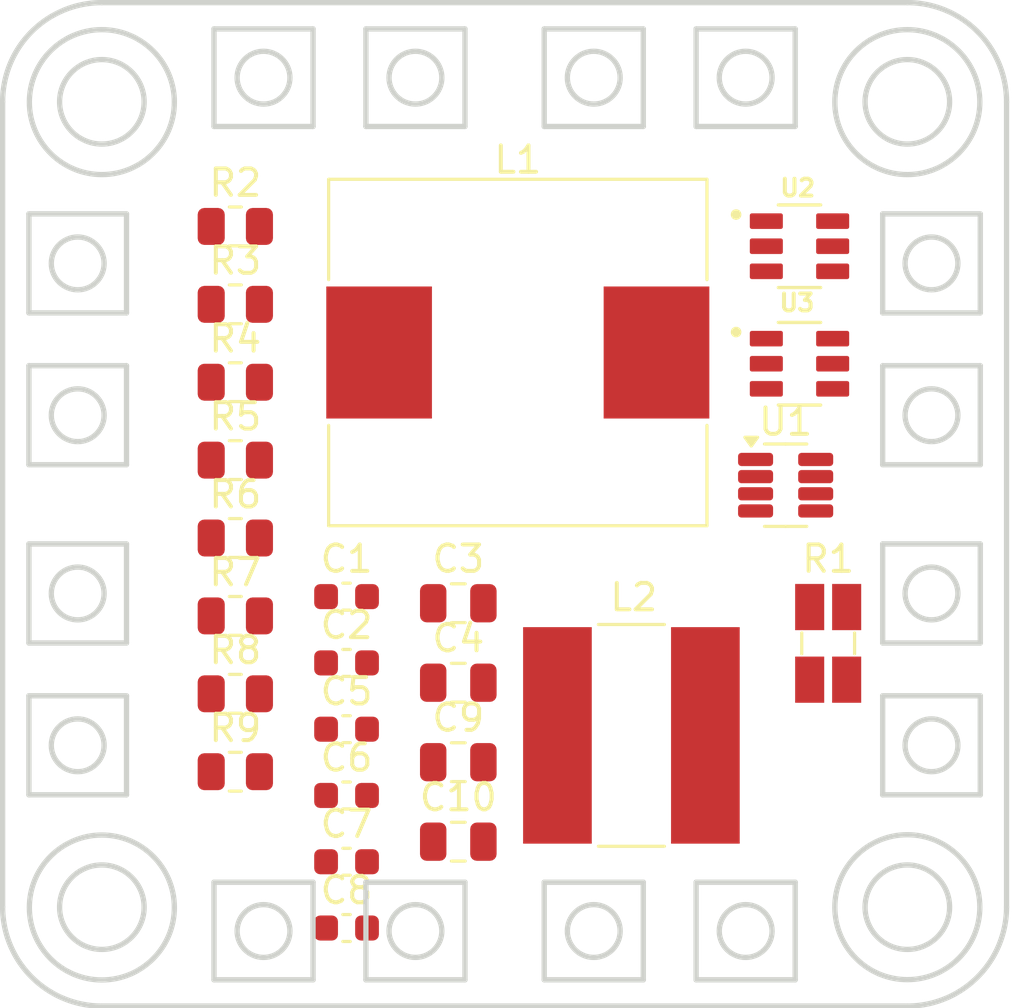
<source format=kicad_pcb>
(kicad_pcb (version 20240108) (generator "pcbnew") (generator_version "8.0")
  (layers (0 "F.Cu" signal) (31 "B.Cu" signal) (34 "B.Paste" user) (35 "F.Paste" user) (36 "B.SilkS" user "B.Silkscreen") (37 "F.SilkS" user "F.Silkscreen") (38 "B.Mask" user) (39 "F.Mask" user) (44 "Edge.Cuts" user))
  (net 0 "")
  (net 1 "Net-(U1-IN+)")
  (net 2 "GND")
  (net 3 "Net-(U1-VS)")
  (net 4 "3V3")
  (net 5 "7V")
  (net 6 "V_IN")
  (net 7 "Net-(U2-BOOT)")
  (net 8 "Net-(U2-SW)")
  (net 9 "Net-(U3-VBST)")
  (net 10 "Net-(U3-SW)")
  (net 11 "FB")
  (net 12 "+5V")
  (net 13 "Net-(R1-Pad1)")
  (net 14 "Net-(R1-Pad4)")
  (net 15 "Net-(U1-IN-)")
  (net 16 "I2C_SDA")
  (net 17 "I2C_SCL")
  (net 18 "Net-(U3-VFB)")
  (footprint "Capacitor_SMD:C_0805_2012Metric" (layer "F.Cu") (at 146.7475 112.505)
    (property "Reference" "C4" (at 0 -1.68 0) (layer "F.SilkS"))
    (property "Value" "22uF")
    (fp_line (start -0.261252 -0.735) (end 0.261252 -0.735) (stroke (width 0.12)) (layer "F.SilkS"))
    (fp_line (start -0.261252 0.735) (end 0.261252 0.735) (stroke (width 0.12)) (layer "F.SilkS"))
    (pad "1" smd roundrect (at -0.95 0) (size 1 1.45) (layers "F.Cu" "F.Paste" "F.Mask") (net 6 "V_IN"))
    (pad "2" smd roundrect (at 0.95 0) (size 1 1.45) (layers "F.Cu" "F.Paste" "F.Mask") (net 2 "GND"))
  )
  (footprint "Capacitor_SMD:C_0805_2012Metric" (layer "F.Cu") (at 146.7475 118.525)
    (property "Reference" "C10" (at 0 -1.68 0) (layer "F.SilkS"))
    (property "Value" "47uF")
    (fp_line (start -0.261252 -0.735) (end 0.261252 -0.735) (stroke (width 0.12)) (layer "F.SilkS"))
    (fp_line (start -0.261252 0.735) (end 0.261252 0.735) (stroke (width 0.12)) (layer "F.SilkS"))
    (pad "1" smd roundrect (at -0.95 0) (size 1 1.45) (layers "F.Cu" "F.Paste" "F.Mask") (net 2 "GND"))
    (pad "2" smd roundrect (at 0.95 0) (size 1 1.45) (layers "F.Cu" "F.Paste" "F.Mask") (net 5 "7V"))
  )
  (footprint "Resistor_SMD:R_0805_2012Metric" (layer "F.Cu") (at 138.3075 109.975)
    (property "Reference" "R7" (at 0 -1.65 0) (layer "F.SilkS"))
    (property "Value" "10k")
    (fp_line (start -0.227064 -0.735) (end 0.227064 -0.735) (stroke (width 0.12)) (layer "F.SilkS"))
    (fp_line (start -0.227064 0.735) (end 0.227064 0.735) (stroke (width 0.12)) (layer "F.SilkS"))
    (pad "1" smd roundrect (at -0.9125 0) (size 1.025 1.4) (layers "F.Cu" "F.Paste" "F.Mask") (roundrect_rratio 0.243902) (net 18 "Net-(U3-VFB)"))
    (pad "2" smd roundrect (at 0.9125 0) (size 1.025 1.4) (layers "F.Cu" "F.Paste" "F.Mask") (roundrect_rratio 0.243902) (net 2 "GND"))
  )
  (footprint "Capacitor_SMD:C_0603_1608Metric" (layer "F.Cu") (at 142.5175 109.245)
    (property "Reference" "C1" (at 0 -1.43 0) (layer "F.SilkS"))
    (property "Value" "0.1uF")
    (fp_line (start -0.14058 -0.51) (end 0.14058 -0.51) (stroke (width 0.12)) (layer "F.SilkS"))
    (fp_line (start -0.14058 0.51) (end 0.14058 0.51) (stroke (width 0.12)) (layer "F.SilkS"))
    (pad "1" smd roundrect (at -0.775 0) (size 0.9 0.95) (layers "F.Cu" "F.Paste" "F.Mask") (net 1 "Net-(U1-IN+)"))
    (pad "2" smd roundrect (at 0.775 0) (size 0.9 0.95) (layers "F.Cu" "F.Paste" "F.Mask") (net 2 "GND"))
  )
  (footprint "Resistor_SMD:R_0805_2012Metric" (layer "F.Cu") (at 138.3075 112.925)
    (property "Reference" "R8" (at 0 -1.65 0) (layer "F.SilkS"))
    (property "Value" "100k")
    (fp_line (start -0.227064 -0.735) (end 0.227064 -0.735) (stroke (width 0.12)) (layer "F.SilkS"))
    (fp_line (start -0.227064 0.735) (end 0.227064 0.735) (stroke (width 0.12)) (layer "F.SilkS"))
    (pad "1" smd roundrect (at -0.9125 0) (size 1.025 1.4) (layers "F.Cu" "F.Paste" "F.Mask") (roundrect_rratio 0.243902) (net 5 "7V"))
    (pad "2" smd roundrect (at 0.9125 0) (size 1.025 1.4) (layers "F.Cu" "F.Paste" "F.Mask") (roundrect_rratio 0.243902) (net 11 "FB"))
  )
  (footprint "Inductor_SMD:L_Bourns-SRN8040_8x8.15mm" (layer "F.Cu") (at 153.3 114.5)
    (property "Reference" "L2" (at 0.09 -5.23 0) (layer "F.SilkS"))
    (property "Value" "1.5uH")
    (fp_line (start -1.25 4.2) (end 1.25 4.2) (stroke (width 0.12)) (layer "F.SilkS"))
    (fp_line (start 1.25 -4.2) (end -1.25 -4.2) (stroke (width 0.12)) (layer "F.SilkS"))
    (pad "1" smd rect (at -2.8 0) (size 2.6 8.2) (layers "F.Cu" "F.Paste" "F.Mask") (net 10 "Net-(U3-SW)"))
    (pad "2" smd rect (at 2.8 0) (size 2.6 8.2) (layers "F.Cu" "F.Paste" "F.Mask") (net 12 "+5V"))
  )
  (footprint "Capacitor_SMD:C_0805_2012Metric" (layer "F.Cu") (at 146.7475 115.515)
    (property "Reference" "C9" (at 0 -1.68 0) (layer "F.SilkS"))
    (property "Value" "22uF")
    (fp_line (start -0.261252 -0.735) (end 0.261252 -0.735) (stroke (width 0.12)) (layer "F.SilkS"))
    (fp_line (start -0.261252 0.735) (end 0.261252 0.735) (stroke (width 0.12)) (layer "F.SilkS"))
    (pad "1" smd roundrect (at -0.95 0) (size 1 1.45) (layers "F.Cu" "F.Paste" "F.Mask") (net 2 "GND"))
    (pad "2" smd roundrect (at 0.95 0) (size 1 1.45) (layers "F.Cu" "F.Paste" "F.Mask") (net 12 "+5V"))
  )
  (footprint "Capacitor_SMD:C_0603_1608Metric" (layer "F.Cu") (at 142.5175 111.755)
    (property "Reference" "C2" (at 0 -1.43 0) (layer "F.SilkS"))
    (property "Value" "0.1 uF")
    (fp_line (start -0.14058 -0.51) (end 0.14058 -0.51) (stroke (width 0.12)) (layer "F.SilkS"))
    (fp_line (start -0.14058 0.51) (end 0.14058 0.51) (stroke (width 0.12)) (layer "F.SilkS"))
    (pad "1" smd roundrect (at -0.775 0) (size 0.9 0.95) (layers "F.Cu" "F.Paste" "F.Mask") (net 4 "3V3"))
    (pad "2" smd roundrect (at 0.775 0) (size 0.9 0.95) (layers "F.Cu" "F.Paste" "F.Mask") (net 3 "Net-(U1-VS)"))
  )
  (footprint "TPS563240DDCR:SOT95P280X110-6N" (layer "F.Cu") (at 159.6625 100.425)
    (property "Reference" "U3" (at -0.098 -2.3064 0) (layer "F.SilkS") (effects (font (size 0.64 0.64))))
    (property "Value" "TPS563240DDCR")
    (fp_line (start -0.8 -1.565) (end 0.8 -1.565) (stroke (width 0.127)) (layer "F.SilkS"))
    (fp_line (start -0.8 1.565) (end 0.8 1.565) (stroke (width 0.127)) (layer "F.SilkS"))
    (fp_circle (center -2.4 -1.2) (end -2.3 -1.2) (stroke (width 0.2)) (fill none) (layer "F.SilkS"))
    (pad "1" smd roundrect (at -1.255 -0.95) (size 1.25 0.59) (layers "F.Cu" "F.Paste" "F.Mask") (roundrect_rratio 0.125) (net 2 "GND"))
    (pad "2" smd roundrect (at -1.255 0) (size 1.25 0.59) (layers "F.Cu" "F.Paste" "F.Mask") (roundrect_rratio 0.125) (net 10 "Net-(U3-SW)"))
    (pad "3" smd roundrect (at -1.255 0.95) (size 1.25 0.59) (layers "F.Cu" "F.Paste" "F.Mask") (roundrect_rratio 0.125) (net 5 "7V"))
    (pad "4" smd roundrect (at 1.255 0.95) (size 1.25 0.59) (layers "F.Cu" "F.Paste" "F.Mask") (roundrect_rratio 0.125) (net 18 "Net-(U3-VFB)"))
    (pad "5" smd roundrect (at 1.255 0) (size 1.25 0.59) (layers "F.Cu" "F.Paste" "F.Mask") (roundrect_rratio 0.125) (net 5 "7V"))
    (pad "6" smd roundrect (at 1.255 -0.95) (size 1.25 0.59) (layers "F.Cu" "F.Paste" "F.Mask") (roundrect_rratio 0.125) (net 9 "Net-(U3-VBST)"))
  )
  (footprint "Resistor_SMD:R_0805_2012Metric" (layer "F.Cu") (at 138.3075 104.075)
    (property "Reference" "R5" (at 0 -1.65 0) (layer "F.SilkS"))
    (property "Value" "3.3K")
    (fp_line (start -0.227064 -0.735) (end 0.227064 -0.735) (stroke (width 0.12)) (layer "F.SilkS"))
    (fp_line (start -0.227064 0.735) (end 0.227064 0.735) (stroke (width 0.12)) (layer "F.SilkS"))
    (pad "1" smd roundrect (at -0.9125 0) (size 1.025 1.4) (layers "F.Cu" "F.Paste" "F.Mask") (roundrect_rratio 0.243902) (net 4 "3V3"))
    (pad "2" smd roundrect (at 0.9125 0) (size 1.025 1.4) (layers "F.Cu" "F.Paste" "F.Mask") (roundrect_rratio 0.243902) (net 17 "I2C_SCL"))
  )
  (footprint "Resistor_SMD:R_Shunt_Ohmite_LVK12" (layer "F.Cu") (at 160.7475 111.015)
    (property "Reference" "R1" (at 0 -3.2 180) (layer "F.SilkS"))
    (property "Value" "1M")
    (fp_line (start -1 0.4) (end -1 -0.4) (stroke (width 0.12)) (layer "F.SilkS"))
    (fp_line (start 1 -0.4) (end 1 0.4) (stroke (width 0.12)) (layer "F.SilkS"))
    (pad "1" smd rect (at -0.7 -1.375) (size 1.1 1.75) (layers "F.Cu" "F.Paste" "F.Mask") (net 13 "Net-(R1-Pad1)"))
    (pad "2" smd rect (at 0.7 -1.375) (size 1.1 1.75) (layers "F.Cu" "F.Paste" "F.Mask") (net 6 "V_IN"))
    (pad "3" smd rect (at 0.7 1.375) (size 1.1 1.75) (layers "F.Cu" "F.Paste" "F.Mask") (net 2 "GND"))
    (pad "4" smd rect (at -0.7 1.375) (size 1.1 1.75) (layers "F.Cu" "F.Paste" "F.Mask") (net 14 "Net-(R1-Pad4)"))
  )
  (footprint "Inductor_SMD:L_Chilisin_BMRF00131350" (layer "F.Cu") (at 149 100)
    (property "Reference" "L1" (at 0 -7.3 0) (layer "F.SilkS"))
    (property "Value" "12uH")
    (fp_line (start -7.16 -6.56) (end -7.16 -2.76) (stroke (width 0.12)) (layer "F.SilkS"))
    (fp_line (start -7.16 -6.56) (end 7.16 -6.56) (stroke (width 0.12)) (layer "F.SilkS"))
    (fp_line (start -7.16 6.56) (end -7.16 2.76) (stroke (width 0.12)) (layer "F.SilkS"))
    (fp_line (start -7.16 6.56) (end 7.16 6.56) (stroke (width 0.12)) (layer "F.SilkS"))
    (fp_line (start 7.16 -6.56) (end 7.16 -2.76) (stroke (width 0.12)) (layer "F.SilkS"))
    (fp_line (start 7.16 6.56) (end 7.16 2.76) (stroke (width 0.12)) (layer "F.SilkS"))
    (pad "1" smd rect (at -5.25 0) (size 4 5) (layers "F.Cu" "F.Paste" "F.Mask") (net 8 "Net-(U2-SW)"))
    (pad "2" smd rect (at 5.25 0) (size 4 5) (layers "F.Cu" "F.Paste" "F.Mask") (net 5 "7V"))
  )
  (footprint "Resistor_SMD:R_0805_2012Metric" (layer "F.Cu") (at 138.3075 101.125)
    (property "Reference" "R4" (at 0 -1.65 0) (layer "F.SilkS"))
    (property "Value" "3.3K")
    (fp_line (start -0.227064 -0.735) (end 0.227064 -0.735) (stroke (width 0.12)) (layer "F.SilkS"))
    (fp_line (start -0.227064 0.735) (end 0.227064 0.735) (stroke (width 0.12)) (layer "F.SilkS"))
    (pad "1" smd roundrect (at -0.9125 0) (size 1.025 1.4) (layers "F.Cu" "F.Paste" "F.Mask") (roundrect_rratio 0.243902) (net 4 "3V3"))
    (pad "2" smd roundrect (at 0.9125 0) (size 1.025 1.4) (layers "F.Cu" "F.Paste" "F.Mask") (roundrect_rratio 0.243902) (net 16 "I2C_SDA"))
  )
  (footprint "Capacitor_SMD:C_0603_1608Metric" (layer "F.Cu") (at 142.5175 119.285)
    (property "Reference" "C7" (at 0 -1.43 0) (layer "F.SilkS"))
    (property "Value" "100nF")
    (fp_line (start -0.14058 -0.51) (end 0.14058 -0.51) (stroke (width 0.12)) (layer "F.SilkS"))
    (fp_line (start -0.14058 0.51) (end 0.14058 0.51) (stroke (width 0.12)) (layer "F.SilkS"))
    (pad "1" smd roundrect (at -0.775 0) (size 0.9 0.95) (layers "F.Cu" "F.Paste" "F.Mask") (net 9 "Net-(U3-VBST)"))
    (pad "2" smd roundrect (at 0.775 0) (size 0.9 0.95) (layers "F.Cu" "F.Paste" "F.Mask") (net 10 "Net-(U3-SW)"))
  )
  (footprint "Package_TO_SOT_SMD:SOT-23-8" (layer "F.Cu") (at 159.1375 105.025)
    (property "Reference" "U1" (at 0 -2.4 0) (layer "F.SilkS"))
    (property "Value" "INA219BxDCN")
    (fp_line (start 0 -1.56) (end -0.8 -1.56) (stroke (width 0.12)) (layer "F.SilkS"))
    (fp_line (start 0 -1.56) (end 0.8 -1.56) (stroke (width 0.12)) (layer "F.SilkS"))
    (fp_line (start 0 1.56) (end -0.8 1.56) (stroke (width 0.12)) (layer "F.SilkS"))
    (fp_line (start 0 1.56) (end 0.8 1.56) (stroke (width 0.12)) (layer "F.SilkS"))
    (fp_poly (pts (xy -1.3 -1.485) (xy -1.54 -1.815) (xy -1.06 -1.815) (xy -1.3 -1.485)) (stroke (width 0.12)) (fill solid) (layer "F.SilkS"))
    (pad "1" smd roundrect (at -1.1375 -0.975) (size 1.325 0.5) (layers "F.Cu" "F.Paste" "F.Mask") (net 1 "Net-(U1-IN+)"))
    (pad "2" smd roundrect (at -1.1375 -0.325) (size 1.325 0.5) (layers "F.Cu" "F.Paste" "F.Mask") (net 15 "Net-(U1-IN-)"))
    (pad "3" smd roundrect (at -1.1375 0.325) (size 1.325 0.5) (layers "F.Cu" "F.Paste" "F.Mask") (net 2 "GND"))
    (pad "4" smd roundrect (at -1.1375 0.975) (size 1.325 0.5) (layers "F.Cu" "F.Paste" "F.Mask") (net 3 "Net-(U1-VS)"))
    (pad "5" smd roundrect (at 1.1375 0.975) (size 1.325 0.5) (layers "F.Cu" "F.Paste" "F.Mask") (net 17 "I2C_SCL"))
    (pad "6" smd roundrect (at 1.1375 0.325) (size 1.325 0.5) (layers "F.Cu" "F.Paste" "F.Mask") (net 16 "I2C_SDA"))
    (pad "7" smd roundrect (at 1.1375 -0.325) (size 1.325 0.5) (layers "F.Cu" "F.Paste" "F.Mask") (net 2 "GND"))
    (pad "8" smd roundrect (at 1.1375 -0.975) (size 1.325 0.5) (layers "F.Cu" "F.Paste" "F.Mask") (net 2 "GND"))
  )
  (footprint "Capacitor_SMD:C_0603_1608Metric" (layer "F.Cu") (at 142.5175 114.265)
    (property "Reference" "C5" (at 0 -1.43 0) (layer "F.SilkS"))
    (property "Value" "100nF")
    (fp_line (start -0.14058 -0.51) (end 0.14058 -0.51) (stroke (width 0.12)) (layer "F.SilkS"))
    (fp_line (start -0.14058 0.51) (end 0.14058 0.51) (stroke (width 0.12)) (layer "F.SilkS"))
    (pad "1" smd roundrect (at -0.775 0) (size 0.9 0.95) (layers "F.Cu" "F.Paste" "F.Mask") (net 5 "7V"))
    (pad "2" smd roundrect (at 0.775 0) (size 0.9 0.95) (layers "F.Cu" "F.Paste" "F.Mask") (net 2 "GND"))
  )
  (footprint "Resistor_SMD:R_0805_2012Metric" (layer "F.Cu") (at 138.3075 98.175)
    (property "Reference" "R3" (at 0 -1.65 0) (layer "F.SilkS"))
    (property "Value" "3.3K")
    (fp_line (start -0.227064 -0.735) (end 0.227064 -0.735) (stroke (width 0.12)) (layer "F.SilkS"))
    (fp_line (start -0.227064 0.735) (end 0.227064 0.735) (stroke (width 0.12)) (layer "F.SilkS"))
    (pad "1" smd roundrect (at -0.9125 0) (size 1.025 1.4) (layers "F.Cu" "F.Paste" "F.Mask") (roundrect_rratio 0.243902) (net 13 "Net-(R1-Pad1)"))
    (pad "2" smd roundrect (at 0.9125 0) (size 1.025 1.4) (layers "F.Cu" "F.Paste" "F.Mask") (roundrect_rratio 0.243902) (net 15 "Net-(U1-IN-)"))
  )
  (footprint "Resistor_SMD:R_0805_2012Metric" (layer "F.Cu") (at 138.3075 115.875)
    (property "Reference" "R9" (at 0 -1.65 0) (layer "F.SilkS"))
    (property "Value" "9.31k")
    (fp_line (start -0.227064 -0.735) (end 0.227064 -0.735) (stroke (width 0.12)) (layer "F.SilkS"))
    (fp_line (start -0.227064 0.735) (end 0.227064 0.735) (stroke (width 0.12)) (layer "F.SilkS"))
    (pad "1" smd roundrect (at -0.9125 0) (size 1.025 1.4) (layers "F.Cu" "F.Paste" "F.Mask") (roundrect_rratio 0.243902) (net 11 "FB"))
    (pad "2" smd roundrect (at 0.9125 0) (size 1.025 1.4) (layers "F.Cu" "F.Paste" "F.Mask") (roundrect_rratio 0.243902) (net 2 "GND"))
  )
  (footprint "Capacitor_SMD:C_0805_2012Metric" (layer "F.Cu") (at 146.7475 109.495)
    (property "Reference" "C3" (at 0 -1.68 0) (layer "F.SilkS"))
    (property "Value" "10uF")
    (fp_line (start -0.261252 -0.735) (end 0.261252 -0.735) (stroke (width 0.12)) (layer "F.SilkS"))
    (fp_line (start -0.261252 0.735) (end 0.261252 0.735) (stroke (width 0.12)) (layer "F.SilkS"))
    (pad "1" smd roundrect (at -0.95 0) (size 1 1.45) (layers "F.Cu" "F.Paste" "F.Mask") (net 5 "7V"))
    (pad "2" smd roundrect (at 0.95 0) (size 1 1.45) (layers "F.Cu" "F.Paste" "F.Mask") (net 2 "GND"))
  )
  (footprint "Capacitor_SMD:C_0603_1608Metric" (layer "F.Cu") (at 142.5175 121.795)
    (property "Reference" "C8" (at 0 -1.43 0) (layer "F.SilkS"))
    (property "Value" "47pF")
    (fp_line (start -0.14058 -0.51) (end 0.14058 -0.51) (stroke (width 0.12)) (layer "F.SilkS"))
    (fp_line (start -0.14058 0.51) (end 0.14058 0.51) (stroke (width 0.12)) (layer "F.SilkS"))
    (pad "1" smd roundrect (at -0.775 0) (size 0.9 0.95) (layers "F.Cu" "F.Paste" "F.Mask") (net 11 "FB"))
    (pad "2" smd roundrect (at 0.775 0) (size 0.9 0.95) (layers "F.Cu" "F.Paste" "F.Mask") (net 5 "7V"))
  )
  (footprint "Resistor_SMD:R_0805_2012Metric" (layer "F.Cu") (at 138.3075 107.025)
    (property "Reference" "R6" (at 0 -1.65 0) (layer "F.SilkS"))
    (property "Value" "73.2k")
    (fp_line (start -0.227064 -0.735) (end 0.227064 -0.735) (stroke (width 0.12)) (layer "F.SilkS"))
    (fp_line (start -0.227064 0.735) (end 0.227064 0.735) (stroke (width 0.12)) (layer "F.SilkS"))
    (pad "1" smd roundrect (at -0.9125 0) (size 1.025 1.4) (layers "F.Cu" "F.Paste" "F.Mask") (roundrect_rratio 0.243902) (net 12 "+5V"))
    (pad "2" smd roundrect (at 0.9125 0) (size 1.025 1.4) (layers "F.Cu" "F.Paste" "F.Mask") (roundrect_rratio 0.243902) (net 18 "Net-(U3-VFB)"))
  )
  (footprint "TPS54302DDCR:SOT95P280X110-6N" (layer "F.Cu") (at 159.6625 95.975)
    (property "Reference" "U2" (at -0.068 -2.2064 0) (layer "F.SilkS") (effects (font (size 0.64 0.64))))
    (property "Value" "TPS54302DDCR")
    (fp_line (start -0.8 -1.565) (end 0.8 -1.565) (stroke (width 0.127)) (layer "F.SilkS"))
    (fp_line (start -0.8 1.565) (end 0.8 1.565) (stroke (width 0.127)) (layer "F.SilkS"))
    (fp_circle (center -2.4 -1.2) (end -2.3 -1.2) (stroke (width 0.2)) (fill none) (layer "F.SilkS"))
    (pad "1" smd roundrect (at -1.255 -0.95) (size 1.25 0.59) (layers "F.Cu" "F.Paste" "F.Mask") (roundrect_rratio 0.125) (net 2 "GND"))
    (pad "2" smd roundrect (at -1.255 0) (size 1.25 0.59) (layers "F.Cu" "F.Paste" "F.Mask") (roundrect_rratio 0.125) (net 8 "Net-(U2-SW)"))
    (pad "3" smd roundrect (at -1.255 0.95) (size 1.25 0.59) (layers "F.Cu" "F.Paste" "F.Mask") (roundrect_rratio 0.125) (net 6 "V_IN"))
    (pad "4" smd roundrect (at 1.255 0.95) (size 1.25 0.59) (layers "F.Cu" "F.Paste" "F.Mask") (roundrect_rratio 0.125) (net 11 "FB"))
    (pad "5" smd roundrect (at 1.255 0) (size 1.25 0.59) (layers "F.Cu" "F.Paste" "F.Mask") (roundrect_rratio 0.125))
    (pad "6" smd roundrect (at 1.255 -0.95) (size 1.25 0.59) (layers "F.Cu" "F.Paste" "F.Mask") (roundrect_rratio 0.125) (net 7 "Net-(U2-BOOT)"))
  )
  (footprint "Resistor_SMD:R_0805_2012Metric" (layer "F.Cu") (at 138.3075 95.225)
    (property "Reference" "R2" (at 0 -1.65 0) (layer "F.SilkS"))
    (property "Value" "3.3K")
    (fp_line (start -0.227064 -0.735) (end 0.227064 -0.735) (stroke (width 0.12)) (layer "F.SilkS"))
    (fp_line (start -0.227064 0.735) (end 0.227064 0.735) (stroke (width 0.12)) (layer "F.SilkS"))
    (pad "1" smd roundrect (at -0.9125 0) (size 1.025 1.4) (layers "F.Cu" "F.Paste" "F.Mask") (roundrect_rratio 0.243902) (net 14 "Net-(R1-Pad4)"))
    (pad "2" smd roundrect (at 0.9125 0) (size 1.025 1.4) (layers "F.Cu" "F.Paste" "F.Mask") (roundrect_rratio 0.243902) (net 1 "Net-(U1-IN+)"))
  )
  (footprint "Capacitor_SMD:C_0603_1608Metric" (layer "F.Cu") (at 142.5175 116.775)
    (property "Reference" "C6" (at 0 -1.43 0) (layer "F.SilkS"))
    (property "Value" "100nF")
    (fp_line (start -0.14058 -0.51) (end 0.14058 -0.51) (stroke (width 0.12)) (layer "F.SilkS"))
    (fp_line (start -0.14058 0.51) (end 0.14058 0.51) (stroke (width 0.12)) (layer "F.SilkS"))
    (pad "1" smd roundrect (at -0.775 0) (size 0.9 0.95) (layers "F.Cu" "F.Paste" "F.Mask") (net 7 "Net-(U2-BOOT)"))
    (pad "2" smd roundrect (at 0.775 0) (size 0.9 0.95) (layers "F.Cu" "F.Paste" "F.Mask") (net 8 "Net-(U2-SW)"))
  )
  (gr_line (start 143.25 91.438749) (end 143.25 87.744302) (stroke (width 0.2)) (layer "Edge.Cuts"))
  (gr_line (start 137.5 87.744302) (end 141.25 87.744302) (stroke (width 0.2)) (layer "Edge.Cuts"))
  (gr_circle (center 157.625 121.908471) (end 158.625 121.908471) (stroke (width 0.2)) (fill none) (layer "Edge.Cuts"))
  (gr_line (start 143.25 120.061247) (end 143.25 123.755694) (stroke (width 0.2)) (layer "Edge.Cuts"))
  (gr_line (start 153.75 87.744302) (end 150 87.744302) (stroke (width 0.2)) (layer "Edge.Cuts"))
  (gr_line (start 134.18875 116.749998) (end 130.494303 116.749998) (stroke (width 0.2)) (layer "Edge.Cuts"))
  (gr_line (start 162.811249 110.999998) (end 166.505696 110.999998) (stroke (width 0.2)) (layer "Edge.Cuts"))
  (gr_circle (center 132.341527 114.874998) (end 133.341527 114.874998) (stroke (width 0.2)) (fill none) (layer "Edge.Cuts"))
  (gr_line (start 147 120.061247) (end 143.25 120.061247) (stroke (width 0.2)) (layer "Edge.Cuts"))
  (gr_line (start 159.5 120.061247) (end 159.5 123.755694) (stroke (width 0.2)) (layer "Edge.Cuts"))
  (gr_line (start 166.505696 112.999998) (end 162.811249 112.999998) (stroke (width 0.2)) (layer "Edge.Cuts"))
  (gr_circle (center 132.341527 109.124998) (end 133.341527 109.124998) (stroke (width 0.2)) (fill none) (layer "Edge.Cuts"))
  (gr_line (start 166.505696 94.749998) (end 166.505696 98.499998) (stroke (width 0.2)) (layer "Edge.Cuts"))
  (gr_line (start 130.494303 116.749998) (end 130.494303 112.999998) (stroke (width 0.2)) (layer "Edge.Cuts"))
  (gr_line (start 162.811249 107.249998) (end 162.811249 110.999998) (stroke (width 0.2)) (layer "Edge.Cuts"))
  (gr_line (start 147 123.755694) (end 147 120.061247) (stroke (width 0.2)) (layer "Edge.Cuts"))
  (gr_line (start 141.25 87.744302) (end 141.25 91.438749) (stroke (width 0.2)) (layer "Edge.Cuts"))
  (gr_line (start 150 123.755694) (end 150 120.061247) (stroke (width 0.2)) (layer "Edge.Cuts"))
  (gr_line (start 153.75 91.438749) (end 153.75 87.744302) (stroke (width 0.2)) (layer "Edge.Cuts"))
  (gr_line (start 130.494303 98.499998) (end 134.18875 98.499998) (stroke (width 0.2)) (layer "Edge.Cuts"))
  (gr_line (start 137.5 91.438749) (end 137.5 87.744302) (stroke (width 0.2)) (layer "Edge.Cuts"))
  (gr_circle (center 139.375 89.591526) (end 140.375 89.591526) (stroke (width 0.2)) (fill none) (layer "Edge.Cuts"))
  (gr_line (start 129.5 121) (end 129.5 90.5) (stroke (width 0.2)) (layer "Edge.Cuts"))
  (gr_line (start 134.18875 107.249998) (end 134.18875 110.999998) (stroke (width 0.2)) (layer "Edge.Cuts"))
  (gr_circle (center 139.375 121.908471) (end 140.375 121.908471) (stroke (width 0.2)) (fill none) (layer "Edge.Cuts"))
  (gr_circle (center 133.255696 90.505694) (end 134.855696 90.505694) (stroke (width 0.2)) (fill none) (layer "Edge.Cuts"))
  (gr_line (start 163.75 124.749998) (end 133.249995 124.749998) (stroke (width 0.2)) (layer "Edge.Cuts"))
  (gr_line (start 134.18875 104.249998) (end 134.18875 100.499998) (stroke (width 0.2)) (layer "Edge.Cuts"))
  (gr_line (start 155.75 87.744302) (end 155.75 91.438749) (stroke (width 0.2)) (layer "Edge.Cuts"))
  (gr_line (start 137.5 120.061247) (end 137.5 123.755694) (stroke (width 0.2)) (layer "Edge.Cuts"))
  (gr_line (start 162.811249 100.499998) (end 166.505696 100.499998) (stroke (width 0.2)) (layer "Edge.Cuts"))
  (gr_circle (center 145.125 121.908471) (end 146.125 121.908471) (stroke (width 0.2)) (fill none) (layer "Edge.Cuts"))
  (gr_line (start 130.494303 112.999998) (end 134.18875 112.999998) (stroke (width 0.2)) (layer "Edge.Cuts"))
  (gr_line (start 166.505696 116.749998) (end 166.505696 112.999998) (stroke (width 0.2)) (layer "Edge.Cuts"))
  (gr_line (start 155.75 120.061247) (end 159.5 120.061247) (stroke (width 0.2)) (layer "Edge.Cuts"))
  (gr_line (start 150 87.744302) (end 150 91.438749) (stroke (width 0.2)) (layer "Edge.Cuts"))
  (gr_circle (center 132.341527 96.624998) (end 133.341527 96.624998) (stroke (width 0.2)) (fill none) (layer "Edge.Cuts"))
  (gr_line (start 162.811249 98.499998) (end 162.811249 94.749998) (stroke (width 0.2)) (layer "Edge.Cuts"))
  (gr_line (start 167.5 90.510244) (end 167.5 120.999998) (stroke (width 0.2)) (layer "Edge.Cuts"))
  (gr_line (start 166.505696 107.249998) (end 162.811249 107.249998) (stroke (width 0.2)) (layer "Edge.Cuts"))
  (gr_arc (start 133.249995 124.749998) (mid 130.598348 123.651648) (end 129.5 121) (stroke (width 0.2)) (layer "Edge.Cuts"))
  (gr_line (start 134.18875 112.999998) (end 134.18875 116.749998) (stroke (width 0.2)) (layer "Edge.Cuts"))
  (gr_line (start 153.75 120.061247) (end 153.75 123.755694) (stroke (width 0.2)) (layer "Edge.Cuts"))
  (gr_line (start 153.75 123.755694) (end 150 123.755694) (stroke (width 0.2)) (layer "Edge.Cuts"))
  (gr_line (start 141.25 123.755694) (end 141.25 120.061247) (stroke (width 0.2)) (layer "Edge.Cuts"))
  (gr_line (start 130.494303 100.499998) (end 130.494303 104.249998) (stroke (width 0.2)) (layer "Edge.Cuts"))
  (gr_line (start 130.494303 107.249998) (end 134.18875 107.249998) (stroke (width 0.2)) (layer "Edge.Cuts"))
  (gr_line (start 133.250002 86.749998) (end 163.750015 86.749998) (stroke (width 0.2)) (layer "Edge.Cuts"))
  (gr_line (start 137.5 123.755694) (end 141.25 123.755694) (stroke (width 0.2)) (layer "Edge.Cuts"))
  (gr_arc (start 163.750015 86.749998) (mid 166.405285 87.851973) (end 167.5 90.510244) (stroke (width 0.2)) (layer "Edge.Cuts"))
  (gr_line (start 143.25 123.755694) (end 147 123.755694) (stroke (width 0.2)) (layer "Edge.Cuts"))
  (gr_line (start 166.505696 100.499998) (end 166.505696 104.249998) (stroke (width 0.2)) (layer "Edge.Cuts"))
  (gr_circle (center 133.255696 121.005694) (end 134.855696 121.005694) (stroke (width 0.2)) (fill none) (layer "Edge.Cuts"))
  (gr_circle (center 164.658472 96.624998) (end 165.658472 96.624998) (stroke (width 0.2)) (fill none) (layer "Edge.Cuts"))
  (gr_line (start 155.75 123.755694) (end 155.75 120.061247) (stroke (width 0.2)) (layer "Edge.Cuts"))
  (gr_arc (start 129.5 90.5) (mid 130.59835 87.848348) (end 133.250002 86.749998) (stroke (width 0.2)) (layer "Edge.Cuts"))
  (gr_circle (center 163.744303 121.005694) (end 165.344303 121.005694) (stroke (width 0.2)) (fill none) (layer "Edge.Cuts"))
  (gr_line (start 166.505696 110.999998) (end 166.505696 107.249998) (stroke (width 0.2)) (layer "Edge.Cuts"))
  (gr_line (start 134.18875 98.499998) (end 134.18875 94.749998) (stroke (width 0.2)) (layer "Edge.Cuts"))
  (gr_circle (center 163.744303 90.505694) (end 165.344303 90.505694) (stroke (width 0.2)) (fill none) (layer "Edge.Cuts"))
  (gr_circle (center 132.341527 102.374998) (end 133.341527 102.374998) (stroke (width 0.2)) (fill none) (layer "Edge.Cuts"))
  (gr_line (start 134.18875 110.999998) (end 130.494303 110.999998) (stroke (width 0.2)) (layer "Edge.Cuts"))
  (gr_line (start 134.18875 100.499998) (end 130.494303 100.499998) (stroke (width 0.2)) (layer "Edge.Cuts"))
  (gr_circle (center 164.658472 114.874998) (end 165.658472 114.874998) (stroke (width 0.2)) (fill none) (layer "Edge.Cuts"))
  (gr_circle (center 151.875 121.908471) (end 152.875 121.908471) (stroke (width 0.2)) (fill none) (layer "Edge.Cuts"))
  (gr_circle (center 145.125 89.591526) (end 146.125 89.591526) (stroke (width 0.2)) (fill none) (layer "Edge.Cuts"))
  (gr_line (start 143.25 87.744302) (end 147 87.744302) (stroke (width 0.2)) (layer "Edge.Cuts"))
  (gr_line (start 141.25 91.438749) (end 137.5 91.438749) (stroke (width 0.2)) (layer "Edge.Cuts"))
  (gr_line (start 147 91.438749) (end 143.25 91.438749) (stroke (width 0.2)) (layer "Edge.Cuts"))
  (gr_circle (center 163.744303 121.005694) (end 166.488607 121.005694) (stroke (width 0.2)) (fill none) (layer "Edge.Cuts"))
  (gr_line (start 130.494303 110.999998) (end 130.494303 107.249998) (stroke (width 0.2)) (layer "Edge.Cuts"))
  (gr_line (start 162.811249 116.749998) (end 166.505696 116.749998) (stroke (width 0.2)) (layer "Edge.Cuts"))
  (gr_line (start 130.494303 104.249998) (end 134.18875 104.249998) (stroke (width 0.2)) (layer "Edge.Cuts"))
  (gr_line (start 159.5 123.755694) (end 155.75 123.755694) (stroke (width 0.2)) (layer "Edge.Cuts"))
  (gr_circle (center 133.255696 90.517087) (end 136 90.517087) (stroke (width 0.2)) (fill none) (layer "Edge.Cuts"))
  (gr_circle (center 164.658472 109.124998) (end 165.658472 109.124998) (stroke (width 0.2)) (fill none) (layer "Edge.Cuts"))
  (gr_line (start 162.811249 104.249998) (end 162.811249 100.499998) (stroke (width 0.2)) (layer "Edge.Cuts"))
  (gr_line (start 141.25 120.061247) (end 137.5 120.061247) (stroke (width 0.2)) (layer "Edge.Cuts"))
  (gr_line (start 166.505696 98.499998) (end 162.811249 98.499998) (stroke (width 0.2)) (layer "Edge.Cuts"))
  (gr_arc (start 167.5 120.999998) (mid 166.40165 123.651643) (end 163.75 124.749998) (stroke (width 0.2)) (layer "Edge.Cuts"))
  (gr_circle (center 151.875 89.591526) (end 152.875 89.591526) (stroke (width 0.2)) (fill none) (layer "Edge.Cuts"))
  (gr_line (start 155.75 91.438749) (end 159.5 91.438749) (stroke (width 0.2)) (layer "Edge.Cuts"))
  (gr_line (start 130.494303 94.749998) (end 130.494303 98.499998) (stroke (width 0.2)) (layer "Edge.Cuts"))
  (gr_circle (center 157.625 89.591526) (end 158.625 89.591526) (stroke (width 0.2)) (fill none) (layer "Edge.Cuts"))
  (gr_line (start 159.5 87.744302) (end 155.75 87.744302) (stroke (width 0.2)) (layer "Edge.Cuts"))
  (gr_line (start 150 91.438749) (end 153.75 91.438749) (stroke (width 0.2)) (layer "Edge.Cuts"))
  (gr_line (start 159.5 91.438749) (end 159.5 87.744302) (stroke (width 0.2)) (layer "Edge.Cuts"))
  (gr_circle (center 133.255696 121.017087) (end 136 121.017087) (stroke (width 0.2)) (fill none) (layer "Edge.Cuts"))
  (gr_line (start 162.811249 112.999998) (end 162.811249 116.749998) (stroke (width 0.2)) (layer "Edge.Cuts"))
  (gr_circle (center 164.658472 102.374998) (end 165.658472 102.374998) (stroke (width 0.2)) (fill none) (layer "Edge.Cuts"))
  (gr_line (start 150 120.061247) (end 153.75 120.061247) (stroke (width 0.2)) (layer "Edge.Cuts"))
  (gr_line (start 147 87.744302) (end 147 91.438749) (stroke (width 0.2)) (layer "Edge.Cuts"))
  (gr_circle (center 163.744303 90.517087) (end 166.488607 90.517087) (stroke (width 0.2)) (fill none) (layer "Edge.Cuts"))
  (gr_line (start 166.505696 104.249998) (end 162.811249 104.249998) (stroke (width 0.2)) (layer "Edge.Cuts"))
  (gr_line (start 134.18875 94.749998) (end 130.494303 94.749998) (stroke (width 0.2)) (layer "Edge.Cuts"))
  (gr_line (start 162.811249 94.749998) (end 166.505696 94.749998) (stroke (width 0.2)) (layer "Edge.Cuts"))
)
</source>
